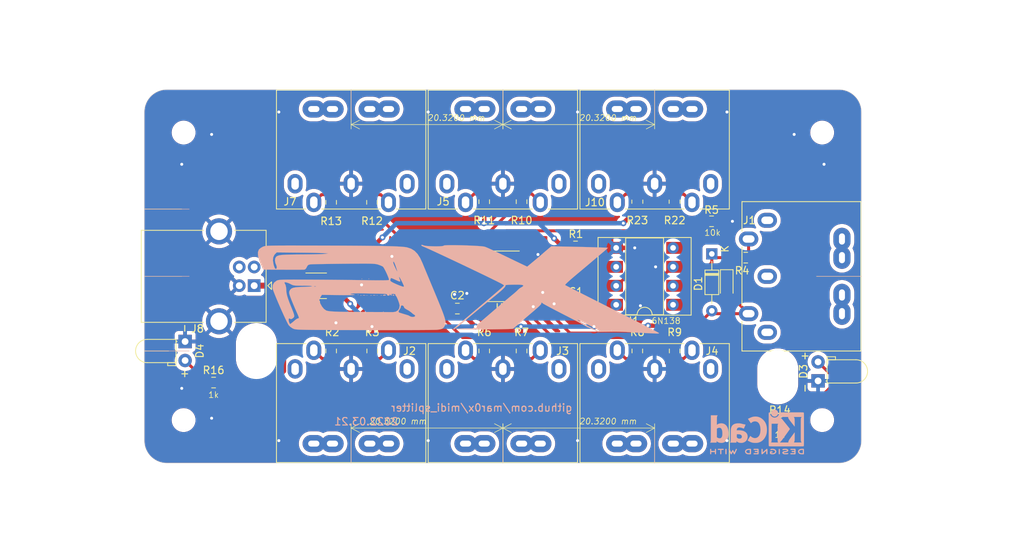
<source format=kicad_pcb>
(kicad_pcb (version 20221018) (generator pcbnew)
  (layers (0 "F.Cu" signal) (31 "B.Cu" signal) (34 "B.Paste" user) (35 "F.Paste" user) (36 "B.SilkS" user "B.Silkscreen") (37 "F.SilkS" user "F.Silkscreen") (38 "B.Mask" user) (39 "F.Mask" user) (44 "Edge.Cuts" user))
  (net 0 "")
  (net 1 "+5V")
  (net 2 "GND")
  (net 3 "Net-(J1-Pad4)")
  (net 4 "Net-(J1-Pad1)")
  (net 5 "Net-(J1-Pad2)")
  (net 6 "Net-(J1-Pad3)")
  (net 7 "Net-(J2-Pad5)")
  (net 8 "Net-(J2-Pad3)")
  (net 9 "Net-(J2-Pad1)")
  (net 10 "Net-(J2-Pad4)")
  (net 11 "Net-(J3-Pad4)")
  (net 12 "Net-(J3-Pad1)")
  (net 13 "Net-(J3-Pad3)")
  (net 14 "Net-(J3-Pad5)")
  (net 15 "Net-(J4-Pad5)")
  (net 16 "Net-(J4-Pad3)")
  (net 17 "Net-(J4-Pad1)")
  (net 18 "Net-(J4-Pad4)")
  (net 19 "Net-(J5-Pad4)")
  (net 20 "Net-(J5-Pad1)")
  (net 21 "Net-(J5-Pad3)")
  (net 22 "Net-(J5-Pad5)")
  (net 23 "Net-(J7-Pad5)")
  (net 24 "Net-(J7-Pad3)")
  (net 25 "Net-(J7-Pad1)")
  (net 26 "Net-(J7-Pad4)")
  (net 27 "RX")
  (net 28 "Net-(R5-Pad1)")
  (net 29 "Net-(U1-Pad1)")
  (net 30 "Net-(U1-Pad4)")
  (net 31 "~{RX}")
  (net 32 "Net-(D4-Pad2)")
  (net 33 "Net-(F1-Pad2)")
  (net 34 "D-")
  (net 35 "D+")
  (net 36 "Net-(J10-Pad4)")
  (net 37 "Net-(J10-Pad1)")
  (net 38 "Net-(J10-Pad3)")
  (net 39 "Net-(J10-Pad5)")
  (net 40 "OUT5")
  (net 41 "Net-(D3-Pad2)")
  (net 42 "OUT1")
  (net 43 "OUT2")
  (net 44 "OUT3")
  (net 45 "OUT4")
  (net 46 "OUT6")
  (net 47 "Net-(U2-Pad17)")
  (net 48 "DK")
  (net 49 "DA")
  (footprint "Capacitor_SMD:C_0805_2012Metric_Pad1.15x1.40mm_HandSolder" (layer "F.Cu") (at 157.726 118.75 180)
    (fp_text reference "C1" (at -0.05 1.7) (layer "F.SilkS"))
    (fp_text value "0.1uF")
    (pad "1" smd roundrect (at -1.025 0 180) (size 1.15 1.4) (layers "F.Cu" "F.Paste" "F.Mask") (roundrect_rratio 0.2173904348) (net 1 "+5V"))
    (pad "2" smd roundrect (at 1.025 0 180) (size 1.15 1.4) (layers "F.Cu" "F.Paste" "F.Mask") (roundrect_rratio 0.2173904348) (net 2 "GND"))
  )
  (footprint "Capacitor_SMD:C_0805_2012Metric_Pad1.15x1.40mm_HandSolder" (layer "F.Cu") (at 141.904 119.318 180)
    (fp_text reference "C2" (at 0 1.75) (layer "F.SilkS"))
    (fp_text value "0.1uF")
    (pad "1" smd roundrect (at -1.025 0 180) (size 1.15 1.4) (layers "F.Cu" "F.Paste" "F.Mask") (roundrect_rratio 0.2173904348) (net 1 "+5V"))
    (pad "2" smd roundrect (at 1.025 0 180) (size 1.15 1.4) (layers "F.Cu" "F.Paste" "F.Mask") (roundrect_rratio 0.2173904348) (net 2 "GND"))
  )
  (footprint "lib:DIN5MIDI-OOTDTY" (layer "F.Cu") (at 183.4 107.5 -90)
    (fp_text reference "J1" (at 0 2.4 180) (layer "F.SilkS"))
    (fp_text value "DIN-5_180degree")
    (pad "" thru_hole oval (at 2.5 -10 270) (size 3 2.3) (drill oval 1.5 0.8) (layers "*.Cu" "*.Mask"))
    (pad "" thru_hole oval (at 5 -10 270) (size 3 2.3) (drill oval 1.5 0.8) (layers "*.Cu" "*.Mask"))
    (pad "" thru_hole oval (at 10 -10 270) (size 3 2.3) (drill oval 1.5 0.8) (layers "*.Cu" "*.Mask"))
    (pad "" thru_hole oval (at 12.5 -10 270) (size 3 2.3) (drill oval 1.5 0.8) (layers "*.Cu" "*.Mask"))
    (pad "1" thru_hole oval (at 0 0 270) (size 2 2.6) (drill oval 1 1.6) (layers "*.Cu" "*.Mask") (net 4 "Net-(J1-Pad1)"))
    (pad "2" thru_hole oval (at 7.5 0 270) (size 2 2.6) (drill oval 1 1.6) (layers "*.Cu" "*.Mask") (net 5 "Net-(J1-Pad2)"))
    (pad "3" thru_hole oval (at 15 0 270) (size 2 2.6) (drill oval 1 1.6) (layers "*.Cu" "*.Mask") (net 6 "Net-(J1-Pad3)"))
    (pad "4" thru_hole oval (at 2.5 2.5 270) (size 2 2.6) (drill oval 1 1.6) (layers "*.Cu" "*.Mask") (net 3 "Net-(J1-Pad4)"))
    (pad "5" thru_hole oval (at 12.5 2.5 270) (size 2 2.6) (drill oval 1 1.6) (layers "*.Cu" "*.Mask") (net 49 "DA"))
  )
  (footprint "lib:DIN5MIDI-OOTDTY" (layer "F.Cu") (at 175.82 127.4 180)
    (fp_text reference "J4" (at -0.18 2.4) (layer "F.SilkS"))
    (fp_text value "DIN-5_180degree")
    (pad "" thru_hole oval (at 2.5 -10 180) (size 3 2.3) (drill oval 1.5 0.8) (layers "*.Cu" "*.Mask"))
    (pad "" thru_hole oval (at 5 -10 180) (size 3 2.3) (drill oval 1.5 0.8) (layers "*.Cu" "*.Mask"))
    (pad "" thru_hole oval (at 10 -10 180) (size 3 2.3) (drill oval 1.5 0.8) (layers "*.Cu" "*.Mask"))
    (pad "" thru_hole oval (at 12.5 -10 180) (size 3 2.3) (drill oval 1.5 0.8) (layers "*.Cu" "*.Mask"))
    (pad "1" thru_hole oval (at 0 0 180) (size 2 2.6) (drill oval 1 1.6) (layers "*.Cu" "*.Mask") (net 17 "Net-(J4-Pad1)"))
    (pad "2" thru_hole oval (at 7.5 0 180) (size 2 2.6) (drill oval 1 1.6) (layers "*.Cu" "*.Mask") (net 2 "GND"))
    (pad "3" thru_hole oval (at 15 0 180) (size 2 2.6) (drill oval 1 1.6) (layers "*.Cu" "*.Mask") (net 16 "Net-(J4-Pad3)"))
    (pad "4" thru_hole oval (at 2.5 2.5 180) (size 2 2.6) (drill oval 1 1.6) (layers "*.Cu" "*.Mask") (net 18 "Net-(J4-Pad4)"))
    (pad "5" thru_hole oval (at 12.5 2.5 180) (size 2 2.6) (drill oval 1 1.6) (layers "*.Cu" "*.Mask") (net 15 "Net-(J4-Pad5)"))
  )
  (footprint "lib:DIN5MIDI-OOTDTY" (layer "F.Cu") (at 140.5 102.6)
    (fp_text reference "J5" (at -0.5 2.4) (layer "F.SilkS"))
    (fp_text value "DIN-5_180degree")
    (pad "" thru_hole oval (at 2.5 -10) (size 3 2.3) (drill oval 1.5 0.8) (layers "*.Cu" "*.Mask"))
    (pad "" thru_hole oval (at 5 -10) (size 3 2.3) (drill oval 1.5 0.8) (layers "*.Cu" "*.Mask"))
    (pad "" thru_hole oval (at 10 -10) (size 3 2.3) (drill oval 1.5 0.8) (layers "*.Cu" "*.Mask"))
    (pad "" thru_hole oval (at 12.5 -10) (size 3 2.3) (drill oval 1.5 0.8) (layers "*.Cu" "*.Mask"))
    (pad "1" thru_hole oval (at 0 0) (size 2 2.6) (drill oval 1 1.6) (layers "*.Cu" "*.Mask") (net 20 "Net-(J5-Pad1)"))
    (pad "2" thru_hole oval (at 7.5 0) (size 2 2.6) (drill oval 1 1.6) (layers "*.Cu" "*.Mask") (net 2 "GND"))
    (pad "3" thru_hole oval (at 15 0) (size 2 2.6) (drill oval 1 1.6) (layers "*.Cu" "*.Mask") (net 21 "Net-(J5-Pad3)"))
    (pad "4" thru_hole oval (at 2.5 2.5) (size 2 2.6) (drill oval 1 1.6) (layers "*.Cu" "*.Mask") (net 19 "Net-(J5-Pad4)"))
    (pad "5" thru_hole oval (at 12.5 2.5) (size 2 2.6) (drill oval 1 1.6) (layers "*.Cu" "*.Mask") (net 22 "Net-(J5-Pad5)"))
  )
  (footprint "lib:DIN5MIDI-OOTDTY" (layer "F.Cu") (at 120.18 102.6)
    (fp_text reference "J7" (at -0.68 2.4) (layer "F.SilkS"))
    (fp_text value "DIN-5_180degree")
    (pad "" thru_hole oval (at 2.5 -10) (size 3 2.3) (drill oval 1.5 0.8) (layers "*.Cu" "*.Mask"))
    (pad "" thru_hole oval (at 5 -10) (size 3 2.3) (drill oval 1.5 0.8) (layers "*.Cu" "*.Mask"))
    (pad "" thru_hole oval (at 10 -10) (size 3 2.3) (drill oval 1.5 0.8) (layers "*.Cu" "*.Mask"))
    (pad "" thru_hole oval (at 12.5 -10) (size 3 2.3) (drill oval 1.5 0.8) (layers "*.Cu" "*.Mask"))
    (pad "1" thru_hole oval (at 0 0) (size 2 2.6) (drill oval 1 1.6) (layers "*.Cu" "*.Mask") (net 25 "Net-(J7-Pad1)"))
    (pad "2" thru_hole oval (at 7.5 0) (size 2 2.6) (drill oval 1 1.6) (layers "*.Cu" "*.Mask") (net 2 "GND"))
    (pad "3" thru_hole oval (at 15 0) (size 2 2.6) (drill oval 1 1.6) (layers "*.Cu" "*.Mask") (net 24 "Net-(J7-Pad3)"))
    (pad "4" thru_hole oval (at 2.5 2.5) (size 2 2.6) (drill oval 1 1.6) (layers "*.Cu" "*.Mask") (net 26 "Net-(J7-Pad4)"))
    (pad "5" thru_hole oval (at 12.5 2.5) (size 2 2.6) (drill oval 1 1.6) (layers "*.Cu" "*.Mask") (net 23 "Net-(J7-Pad5)"))
  )
  (footprint "Resistor_SMD:R_0805_2012Metric_Pad1.15x1.40mm_HandSolder" (layer "F.Cu") (at 157.726 111)
    (fp_text reference "R1" (at 0.05 -1.65) (layer "F.SilkS"))
    (fp_text value "470" (at 0 1.65) (layer "F.SilkS") (effects (font (size 0.8 0.8) (thickness 0.1))))
    (pad "1" smd roundrect (at -1.025 0) (size 1.15 1.4) (layers "F.Cu" "F.Paste" "F.Mask") (roundrect_rratio 0.2173904348) (net 1 "+5V"))
    (pad "2" smd roundrect (at 1.025 0) (size 1.15 1.4) (layers "F.Cu" "F.Paste" "F.Mask") (roundrect_rratio 0.2173904348) (net 27 "RX"))
  )
  (footprint "Resistor_SMD:R_0805_2012Metric_Pad1.15x1.40mm_HandSolder" (layer "F.Cu") (at 125 124.992 90)
    (fp_text reference "R2" (at 2.5 0.14 180) (layer "F.SilkS"))
    (fp_text value "220")
    (pad "1" smd roundrect (at -1.025 0 90) (size 1.15 1.4) (layers "F.Cu" "F.Paste" "F.Mask") (roundrect_rratio 0.2173904348) (net 7 "Net-(J2-Pad5)"))
    (pad "2" smd roundrect (at 1.025 0 90) (size 1.15 1.4) (layers "F.Cu" "F.Paste" "F.Mask") (roundrect_rratio 0.2173904348) (net 42 "OUT1"))
  )
  (footprint "Resistor_SMD:R_0805_2012Metric_Pad1.15x1.40mm_HandSolder" (layer "F.Cu") (at 130.5 124.992 -90)
    (fp_text reference "R3" (at -2.5 0 180) (layer "F.SilkS"))
    (fp_text value "220")
    (pad "1" smd roundrect (at -1.025 0 270) (size 1.15 1.4) (layers "F.Cu" "F.Paste" "F.Mask") (roundrect_rratio 0.2173904348) (net 1 "+5V"))
    (pad "2" smd roundrect (at 1.025 0 270) (size 1.15 1.4) (layers "F.Cu" "F.Paste" "F.Mask") (roundrect_rratio 0.2173904348) (net 10 "Net-(J2-Pad4)"))
  )
  (footprint "Resistor_SMD:R_0805_2012Metric_Pad1.15x1.40mm_HandSolder" (layer "F.Cu") (at 180.512 112.5)
    (fp_text reference "R4" (at -0.48 1.738) (layer "F.SilkS"))
    (fp_text value "220")
    (pad "1" smd roundrect (at -1.025 0) (size 1.15 1.4) (layers "F.Cu" "F.Paste" "F.Mask") (roundrect_rratio 0.2173904348) (net 48 "DK"))
    (pad "2" smd roundrect (at 1.025 0) (size 1.15 1.4) (layers "F.Cu" "F.Paste" "F.Mask") (roundrect_rratio 0.2173904348) (net 3 "Net-(J1-Pad4)"))
  )
  (footprint "Resistor_SMD:R_0805_2012Metric_Pad1.15x1.40mm_HandSolder" (layer "F.Cu") (at 175.94 107.634)
    (fp_text reference "R5" (at 0 -1.524) (layer "F.SilkS"))
    (fp_text value "10k" (at 0.127 1.524) (layer "F.SilkS") (effects (font (size 0.8 0.8) (thickness 0.1))))
    (pad "1" smd roundrect (at -1.025 0) (size 1.15 1.4) (layers "F.Cu" "F.Paste" "F.Mask") (roundrect_rratio 0.2173904348) (net 28 "Net-(R5-Pad1)"))
    (pad "2" smd roundrect (at 1.025 0) (size 1.15 1.4) (layers "F.Cu" "F.Paste" "F.Mask") (roundrect_rratio 0.2173904348) (net 2 "GND"))
  )
  (footprint "Resistor_SMD:R_0805_2012Metric_Pad1.15x1.40mm_HandSolder" (layer "F.Cu") (at 166 124.992 90)
    (fp_text reference "R8" (at 2.5 0 180) (layer "F.SilkS"))
    (fp_text value "220")
    (pad "1" smd roundrect (at -1.025 0 90) (size 1.15 1.4) (layers "F.Cu" "F.Paste" "F.Mask") (roundrect_rratio 0.2173904348) (net 15 "Net-(J4-Pad5)"))
    (pad "2" smd roundrect (at 1.025 0 90) (size 1.15 1.4) (layers "F.Cu" "F.Paste" "F.Mask") (roundrect_rratio 0.2173904348) (net 44 "OUT3"))
  )
  (footprint "Resistor_SMD:R_0805_2012Metric_Pad1.15x1.40mm_HandSolder" (layer "F.Cu") (at 171 124.992 -90)
    (fp_text reference "R9" (at -2.5 0 180) (layer "F.SilkS"))
    (fp_text value "220")
    (pad "1" smd roundrect (at -1.025 0 270) (size 1.15 1.4) (layers "F.Cu" "F.Paste" "F.Mask") (roundrect_rratio 0.2173904348) (net 1 "+5V"))
    (pad "2" smd roundrect (at 1.025 0 270) (size 1.15 1.4) (layers "F.Cu" "F.Paste" "F.Mask") (roundrect_rratio 0.2173904348) (net 18 "Net-(J4-Pad4)"))
  )
  (footprint "Resistor_SMD:R_0805_2012Metric_Pad1.15x1.40mm_HandSolder" (layer "F.Cu") (at 150.5 105.008 -90)
    (fp_text reference "R10" (at 2.5 0 180) (layer "F.SilkS"))
    (fp_text value "220")
    (pad "1" smd roundrect (at -1.025 0 270) (size 1.15 1.4) (layers "F.Cu" "F.Paste" "F.Mask") (roundrect_rratio 0.2173904348) (net 22 "Net-(J5-Pad5)"))
    (pad "2" smd roundrect (at 1.025 0 270) (size 1.15 1.4) (layers "F.Cu" "F.Paste" "F.Mask") (roundrect_rratio 0.2173904348) (net 40 "OUT5"))
  )
  (footprint "Resistor_SMD:R_0805_2012Metric_Pad1.15x1.40mm_HandSolder" (layer "F.Cu") (at 130.474 105.094 -90)
    (fp_text reference "R12" (at 2.5 0 180) (layer "F.SilkS"))
    (fp_text value "220")
    (pad "1" smd roundrect (at -1.025 0 270) (size 1.15 1.4) (layers "F.Cu" "F.Paste" "F.Mask") (roundrect_rratio 0.2173904348) (net 23 "Net-(J7-Pad5)"))
    (pad "2" smd roundrect (at 1.025 0 270) (size 1.15 1.4) (layers "F.Cu" "F.Paste" "F.Mask") (roundrect_rratio 0.2173904348) (net 45 "OUT4"))
  )
  (footprint "Resistor_SMD:R_0805_2012Metric_Pad1.15x1.40mm_HandSolder" (layer "F.Cu") (at 125 105.094 90)
    (fp_text reference "R13" (at -2.525 0 180) (layer "F.SilkS"))
    (fp_text value "220")
    (pad "1" smd roundrect (at -1.025 0 90) (size 1.15 1.4) (layers "F.Cu" "F.Paste" "F.Mask") (roundrect_rratio 0.2173904348) (net 1 "+5V"))
    (pad "2" smd roundrect (at 1.025 0 90) (size 1.15 1.4) (layers "F.Cu" "F.Paste" "F.Mask") (roundrect_rratio 0.2173904348) (net 26 "Net-(J7-Pad4)"))
  )
  (footprint "Resistor_SMD:R_0805_2012Metric_Pad1.15x1.40mm_HandSolder" (layer "F.Cu") (at 150.5 124.992 -90)
    (fp_text reference "R7" (at -2.5 0 180) (layer "F.SilkS"))
    (fp_text value "220")
    (pad "1" smd roundrect (at -1.025 0 270) (size 1.15 1.4) (layers "F.Cu" "F.Paste" "F.Mask") (roundrect_rratio 0.2173904348) (net 1 "+5V"))
    (pad "2" smd roundrect (at 1.025 0 270) (size 1.15 1.4) (layers "F.Cu" "F.Paste" "F.Mask") (roundrect_rratio 0.2173904348) (net 11 "Net-(J3-Pad4)"))
  )
  (footprint "Resistor_SMD:R_0805_2012Metric_Pad1.15x1.40mm_HandSolder" (layer "F.Cu") (at 145.5 124.992 90)
    (fp_text reference "R6" (at 2.5 0 180) (layer "F.SilkS"))
    (fp_text value "220")
    (pad "1" smd roundrect (at -1.025 0 90) (size 1.15 1.4) (layers "F.Cu" "F.Paste" "F.Mask") (roundrect_rratio 0.2173904348) (net 14 "Net-(J3-Pad5)"))
    (pad "2" smd roundrect (at 1.025 0 90) (size 1.15 1.4) (layers "F.Cu" "F.Paste" "F.Mask") (roundrect_rratio 0.2173904348) (net 43 "OUT2"))
  )
  (footprint "lib:DIN5MIDI-OOTDTY" (layer "F.Cu") (at 155.5 127.4 180)
    (fp_text reference "J3" (at -0.5 2.4) (layer "F.SilkS"))
    (fp_text value "DIN-5_180degree")
    (pad "" thru_hole oval (at 2.5 -10 180) (size 3 2.3) (drill oval 1.5 0.8) (layers "*.Cu" "*.Mask"))
    (pad "" thru_hole oval (at 5 -10 180) (size 3 2.3) (drill oval 1.5 0.8) (layers "*.Cu" "*.Mask"))
    (pad "" thru_hole oval (at 10 -10 180) (size 3 2.3) (drill oval 1.5 0.8) (layers "*.Cu" "*.Mask"))
    (pad "" thru_hole oval (at 12.5 -10 180) (size 3 2.3) (drill oval 1.5 0.8) (layers "*.Cu" "*.Mask"))
    (pad "1" thru_hole oval (at 0 0 180) (size 2 2.6) (drill oval 1 1.6) (layers "*.Cu" "*.Mask") (net 12 "Net-(J3-Pad1)"))
    (pad "2" thru_hole oval (at 7.5 0 180) (size 2 2.6) (drill oval 1 1.6) (layers "*.Cu" "*.Mask") (net 2 "GND"))
    (pad "3" thru_hole oval (at 15 0 180) (size 2 2.6) (drill oval 1 1.6) (layers "*.Cu" "*.Mask") (net 13 "Net-(J3-Pad3)"))
    (pad "4" thru_hole oval (at 2.5 2.5 180) (size 2 2.6) (drill oval 1 1.6) (layers "*.Cu" "*.Mask") (net 11 "Net-(J3-Pad4)"))
    (pad "5" thru_hole oval (at 12.5 2.5 180) (size 2 2.6) (drill oval 1 1.6) (layers "*.Cu" "*.Mask") (net 14 "Net-(J3-Pad5)"))
  )
  (footprint "lib:DIN5MIDI-OOTDTY" (layer "F.Cu") (at 135.18 127.4 180)
    (fp_text reference "J2" (at -0.32 2.4) (layer "F.SilkS"))
    (fp_text value "DIN-5_180degree")
    (pad "" thru_hole oval (at 2.5 -10 180) (size 3 2.3) (drill oval 1.5 0.8) (layers "*.Cu" "*.Mask"))
    (pad "" thru_hole oval (at 5 -10 180) (size 3 2.3) (drill oval 1.5 0.8) (layers "*.Cu" "*.Mask"))
    (pad "" thru_hole oval (at 10 -10 180) (size 3 2.3) (drill oval 1.5 0.8) (layers "*.Cu" "*.Mask"))
    (pad "" thru_hole oval (at 12.5 -10 180) (size 3 2.3) (drill oval 1.5 0.8) (layers "*.Cu" "*.Mask"))
    (pad "1" thru_hole oval (at 0 0 180) (size 2 2.6) (drill oval 1 1.6) (layers "*.Cu" "*.Mask") (net 9 "Net-(J2-Pad1)"))
    (pad "2" thru_hole oval (at 7.5 0 180) (size 2 2.6) (drill oval 1 1.6) (layers "*.Cu" "*.Mask") (net 2 "GND"))
    (pad "3" thru_hole oval (at 15 0 180) (size 2 2.6) (drill oval 1 1.6) (layers "*.Cu" "*.Mask") (net 8 "Net-(J2-Pad3)"))
    (pad "4" thru_hole oval (at 2.5 2.5 180) (size 2 2.6) (drill oval 1 1.6) (layers "*.Cu" "*.Mask") (net 10 "Net-(J2-Pad4)"))
    (pad "5" thru_hole oval (at 12.5 2.5 180) (size 2 2.6) (drill oval 1 1.6) (layers "*.Cu" "*.Mask") (net 7 "Net-(J2-Pad5)"))
  )
  (footprint "Package_DIP:DIP-8_W8.89mm_SMDSocket_LongPads" (layer "F.Cu") (at 166.976 115 180)
    (fp_text reference "U1" (at 1.704 -5.969 180) (layer "F.SilkS"))
    (fp_text value "6N138" (at -2.868 -5.969 180) (layer "F.SilkS") (effects (font (size 0.8 0.8) (thickness 0.1))))
    (pad "1" smd rect (at -4.445 -3.81 180) (size 3.1 1.6) (layers "F.Cu" "F.Paste" "F.Mask") (net 29 "Net-(U1-Pad1)"))
    (pad "1" thru_hole circle (at -3.81 -3.81 180) (size 1.524 1.524) (drill 0.762) (layers "*.Cu" "*.Mask") (net 29 "Net-(U1-Pad1)"))
    (pad "2" smd rect (at -4.445 -1.27 180) (size 3.1 1.6) (layers "F.Cu" "F.Paste" "F.Mask") (net 48 "DK"))
    (pad "2" thru_hole circle (at -3.81 -1.27 180) (size 1.524 1.524) (drill 0.762) (layers "*.Cu" "*.Mask") (net 48 "DK"))
    (pad "3" smd rect (at -4.445 1.27 180) (size 3.1 1.6) (layers "F.Cu" "F.Paste" "F.Mask") (net 49 "DA"))
    (pad "3" thru_hole circle (at -3.81 1.27 180) (size 1.524 1.524) (drill 0.762) (layers "*.Cu" "*.Mask") (net 49 "DA"))
    (pad "4" smd rect (at -4.445 3.81 180) (size 3.1 1.6) (layers "F.Cu" "F.Paste" "F.Mask") (net 30 "Net-(U1-Pad4)"))
    (pad "4" thru_hole circle (at -3.81 3.81 180) (size 1.524 1.524) (drill 0.762) (layers "*.Cu" "*.Mask") (net 30 "Net-(U1-Pad4)"))
    (pad "5" thru_hole circle (at 3.81 3.81 180) (size 1.524 1.524) (drill 0.762) (layers "*.Cu" "*.Mask") (net 2 "GND"))
    (pad "5" smd rect (at 4.445 3.81 180) (size 3.1 1.6) (layers "F.Cu" "F.Paste" "F.Mask") (net 2 "GND"))
    (pad "6" thru_hole circle (at 3.81 1.27 180) (size 1.524 1.524) (drill 0.762) (layers "*.Cu" "*.Mask") (net 27 "RX"))
    (pad "6" smd rect (at 4.445 1.27 180) (size 3.1 1.6) (layers "F.Cu" "F.Paste" "F.Mask") (net 27 "RX"))
    (pad "7" thru_hole circle (at 3.81 -1.27 180) (size 1.524 1.524) (drill 0.762) (layers "*.Cu" "*.Mask") (net 28 "Net-(R5-Pad1)"))
    (pad "7" smd rect (at 4.445 -1.27 180) (size 3.1 1.6) (layers "F.Cu" "F.Paste" "F.Mask") (net 28 "Net-(R5-Pad1)"))
    (pad "8" thru_hole circle (at 3.81 -3.81 180) (size 1.524 1.524) (drill 0.762) (layers "*.Cu" "*.Mask") (net 1 "+5V"))
    (pad "8" smd rect (at 4.445 -3.81 180) (size 3.1 1.6) (layers "F.Cu" "F.Paste" "F.Mask") (net 1 "+5V"))
  )
  (footprint "Resistor_SMD:R_0805_2012Metric_Pad1.15x1.40mm_HandSolder" (layer "F.Cu") (at 185.084 134.558)
    (fp_text reference "R14" (at 0 -1.65) (layer "F.SilkS"))
    (fp_text value "1k" (at 0 1.65) (layer "F.SilkS") (effects (font (size 0.8 0.8) (thickness 0.1))))
    (pad "1" smd roundrect (at -1.025 0) (size 1.15 1.4) (layers "F.Cu" "F.Paste" "F.Mask") (roundrect_rratio 0.2173904348) (net 31 "~{RX}"))
    (pad "2" smd roundrect (at 1.025 0) (size 1.15 1.4) (layers "F.Cu" "F.Paste" "F.Mask") (roundrect_rratio 0.2173904348) (net 41 "Net-(D3-Pad2)"))
  )
  (footprint "Resistor_SMD:R_0805_2012Metric_Pad1.15x1.40mm_HandSolder" (layer "F.Cu") (at 109.265 129.224)
    (fp_text reference "R16" (at 0 -1.65) (layer "F.SilkS"))
    (fp_text value "1k" (at 0 1.65) (layer "F.SilkS") (effects (font (size 0.8 0.8) (thickness 0.1))))
    (pad "1" smd roundrect (at -1.025 0) (size 1.15 1.4) (layers "F.Cu" "F.Paste" "F.Mask") (roundrect_rratio 0.2173904348) (net 32 "Net-(D4-Pad2)"))
    (pad "2" smd roundrect (at 1.025 0) (size 1.15 1.4) (layers "F.Cu" "F.Paste" "F.Mask") (roundrect_rratio 0.2173904348) (net 1 "+5V"))
  )
  (footprint "LED_THT:LED_D3.0mm_Horizontal_O1.27mm_Z6.0mm" (layer "F.Cu") (at 105.45 123.73 -90)
    (fp_text reference "D4" (at 1.27 -1.96 90) (layer "F.SilkS"))
    (fp_text value "LED")
    (fp_text user "+" (at 4.324 0.122 270) (layer "F.SilkS"))
    (fp_text user "-" (at -1.772 0.122 270) (layer "F.SilkS"))
    (pad "1" thru_hole rect (at 0 0 270) (size 1.8 1.8) (drill 0.9) (layers "*.Cu" "*.Mask") (net 2 "GND"))
    (pad "2" thru_hole circle (at 2.54 0 270) (size 1.8 1.8) (drill 0.9) (layers "*.Cu" "*.Mask") (net 32 "Net-(D4-Pad2)"))
  )
  (footprint "LED_THT:LED_D3.0mm_Horizontal_O1.27mm_Z10.0mm" (layer "F.Cu") (at 190.2 129 90)
    (fp_text reference "D3" (at 1.27 -1.96 90) (layer "F.SilkS"))
    (fp_text value "LED")
    (fp_text user "-" (at -0.986 -1.814 90) (layer "F.SilkS"))
    (fp_text user "+" (at 3.332 -1.814 90) (layer "F.SilkS"))
    (pad "1" thru_hole rect (at 0 0 90) (size 1.8 1.8) (drill 0.9) (layers "*.Cu" "*.Mask") (net 2 "GND"))
    (pad "2" thru_hole circle (at 2.54 0 90) (size 1.8 1.8) (drill 0.9) (layers "*.Cu" "*.Mask") (net 41 "Net-(D3-Pad2)"))
  )
  (footprint "Diode_THT:D_DO-34_SOD68_P7.62mm_Horizontal" (layer "F.Cu") (at 175.976 112 -90)
    (fp_text reference "D1" (at 3.986 1.814 90) (layer "F.SilkS"))
    (fp_text value "1N914")
    (fp_text user "K" (at -0.683 -1.742 90) (layer "F.SilkS"))
    (pad "1" thru_hole rect (at 0 0 270) (size 1.5 1.5) (drill 0.75) (layers "*.Cu" "*.Mask") (net 48 "DK"))
    (pad "2" thru_hole oval (at 7.62 0 270) (size 1.5 1.5) (drill 0.75) (layers "*.Cu" "*.Mask") (net 49 "DA"))
  )
  (footprint "MountingHole:MountingHole_5mm" (layer "F.Cu") (at 184.8 128.4)
    (fp_text reference "REF**" hide)
    (fp_text value "MountingHole_5mm" hide)
    (pad "" np_thru_hole oval (at 0 0) (size 5 7) (drill oval 5 7) (layers "*.Cu" "*.Mask"))
  )
  (footprint "Fuse:Fuse_1812_4532Metric_Pad1.30x3.40mm_HandSolder" (layer "F.Cu") (at 123 116.27 180)
    (fp_text reference "F1" (at 0 -2.65) (layer "F.SilkS"))
    (fp_text value "MF-MSMF050-2")
    (pad "1" smd roundrect (at -2.225 0 180) (size 1.3 3.4) (layers "F.Cu" "F.Paste" "F.Mask") (roundrect_rratio 0.1923069231) (net 1 "+5V"))
    (pad "2" smd roundrect (at 2.225 0 180) (size 1.3 3.4) (layers "F.Cu" "F.Paste" "F.Mask") (roundrect_rratio 0.1923069231) (net 33 "Net-(F1-Pad2)"))
  )
  (footprint "MountingHole:MountingHole_5mm" (layer "F.Cu") (at 115 125)
    (fp_text reference "REF**" hide)
    (fp_text value "MountingHole_5mm" hide)
    (pad "" np_thru_hole oval (at 0 0) (size 5 7) (drill oval 5 7) (layers "*.Cu" "*.Mask"))
  )
  (footprint "lib:DIN5MIDI-OOTDTY" (layer "F.Cu") (at 160.82 102.6)
    (fp_text reference "J10" (at -0.5 2.5) (layer "F.SilkS"))
    (fp_text value "DIN-5_180degree")
    (pad "" thru_hole oval (at 2.5 -10) (size 3 2.3) (drill oval 1.5 0.8) (layers "*.Cu" "*.Mask"))
    (pad "" thru_hole oval (at 5 -10) (size 3 2.3) (drill oval 1.5 0.8) (layers "*.Cu" "*.Mask"))
    (pad "" thru_hole oval (at 10 -10) (size 3 2.3) (drill oval 1.5 0.8) (layers "*.Cu" "*.Mask"))
    (pad "" thru_hole oval (at 12.5 -10) (size 3 2.3) (drill oval 1.5 0.8) (layers "*.Cu" "*.Mask"))
    (pad "1" thru_hole oval (at 0 0) (size 2 2.6) (drill oval 1 1.6) (layers "*.Cu" "*.Mask") (net 37 "Net-(J10-Pad1)"))
    (pad "2" thru_hole oval (at 7.5 0) (size 2 2.6) (drill oval 1 1.6) (layers "*.Cu" "*.Mask") (net 2 "GND"))
    (pad "3" thru_hole oval (at 15 0) (size 2 2.6) (drill oval 1 1.6) (layers "*.Cu" "*.Mask") (net 38 "Net-(J10-Pad3)"))
    (pad "4" thru_hole oval (at 2.5 2.5) (size 2 2.6) (drill oval 1 1.6) (layers "*.Cu" "*.Mask") (net 36 "Net-(J10-Pad4)"))
    (pad "5" thru_hole oval (at 12.5 2.5) (size 2 2.6) (drill oval 1 1.6) (layers "*.Cu" "*.Mask") (net 39 "Net-(J10-Pad5)"))
  )
  (footprint "Resistor_SMD:R_0805_2012Metric_Pad1.20x1.40mm_HandSolder" (layer "F.Cu") (at 171 105.008 90)
    (fp_text reference "R22" (at -2.5 0 180) (layer "F.SilkS"))
    (fp_text value "220")
    (pad "1" smd roundrect (at -1 0 90) (size 1.2 1.4) (layers "F.Cu" "F.Paste" "F.Mask") (roundrect_rratio 0.2083325) (net 46 "OUT6"))
    (pad "2" smd roundrect (at 1 0 90) (size 1.2 1.4) (layers "F.Cu" "F.Paste" "F.Mask") (roundrect_rratio 0.2083325) (net 39 "Net-(J10-Pad5)"))
  )
  (footprint "Resistor_SMD:R_0805_2012Metric_Pad1.20x1.40mm_HandSolder" (layer "F.Cu") (at 166 105.008 90)
    (fp_text reference "R23" (at -2.5 0 180) (layer "F.SilkS"))
    (fp_text value "220")
    (pad "1" smd roundrect (at -1 0 90) (size 1.2 1.4) (layers "F.Cu" "F.Paste" "F.Mask") (roundrect_rratio 0.2083325) (net 1 "+5V"))
    (pad "2" smd roundrect (at 1 0 90) (size 1.2 1.4) (layers "F.Cu" "F.Paste" "F.Mask") (roundrect_rratio 0.2083325) (net 36 "Net-(J10-Pad4)"))
  )
  (footprint "Connector_USB:USB_B_OST_USB-B1HSxx_Horizontal" (layer "F.Cu") (at 114.7 116.25 180)
    (fp_text reference "J8" (at 7.594 -5.768) (layer "F.SilkS"))
    (fp_text value "DS1099")
    (pad "1" thru_hole rect (at 0 0 180) (size 1.7 1.7) (drill 0.92) (layers "*.Cu" "*.Mask") (net 33 "Net-(F1-Pad2)"))
    (pad "2" thru_hole circle (at 0 2.5 180) (size 1.7 1.7) (drill 0.92) (layers "*.Cu" "*.Mask") (net 34 "D-"))
    (pad "3" thru_hole circle (at 2 2.5 180) (size 1.7 1.7) (drill 0.92) (layers "*.Cu" "*.Mask") (net 35 "D+"))
    (pad "4" thru_hole circle (at 2 0 180) (size 1.7 1.7) (drill 0.92) (layers "*.Cu" "*.Mask") (net 2 "GND"))
    (pad "5" thru_hole circle (at 4.71 -4.77 180) (size 3.5 3.5) (drill 2.33) (layers "*.Cu" "*.Mask") (net 2 "GND"))
    (pad "5" thru_hole circle (at 4.71 7.27 180) (size 3.5 3.5) (drill 2.33) (layers "*.Cu" "*.Mask") (net 2 "GND"))
  )
  (footprint "Resistor_SMD:R_0805_2012Metric_Pad1.15x1.40mm_HandSolder" (layer "F.Cu") (at 145.5 105.008 90)
    (fp_text reference "R11" (at -2.5 0 180) (layer "F.SilkS"))
    (fp_text value "220")
    (pad "1" smd roundrect (at -1.025 0 90) (size 1.15 1.4) (layers "F.Cu" "F.Paste" "F.Mask") (roundrect_rratio 0.2173904348) (net 1 "+5V"))
    (pad "2" smd roundrect (at 1.025 0 90) (size 1.15 1.4) (layers "F.Cu" "F.Paste" "F.Mask") (roundrect_rratio 0.2173904348) (net 19 "Net-(J5-Pad4)"))
  )
  (footprint "Package_SO:TSSOP-20_4.4x6.5mm_P0.65mm" (layer "F.Cu") (at 148 115 180)
    (fp_text reference "U2" (at 0 -4.2) (layer "F.SilkS"))
    (fp_text value "MM74HC540MTCX")
    (pad "1" smd roundrect (at -2.8625 -2.925 180) (size 1.475 0.4) (layers "F.Cu" "F.Paste" "F.Mask") (net 2 "GND"))
    (pad "2" smd roundrect (at -2.8625 -2.275 180) (size 1.475 0.4) (layers "F.Cu" "F.Paste" "F.Mask") (net 31 "~{RX}"))
    (pad "3" smd roundrect (at -2.8625 -1.625 180) (size 1.475 0.4) (layers "F.Cu" "F.Paste" "F.Mask") (net 2 "GND"))
    (pad "4" smd roundrect (at -2.8625 -0.975 180) (size 1.475 0.4) (layers "F.Cu" "F.Paste" "F.Mask") (net 27 "RX"))
    (pad "5" smd roundrect (at -2.8625 -0.325 180) (size 1.475 0.4) (layers "F.Cu" "F.Paste" "F.Mask") (net 31 "~{RX}"))
    (pad "6" smd roundrect (at -2.8625 0.325 180) (size 1.475 0.4) (layers "F.Cu" "F.Paste" "F.Mask") (net 31 "~{RX}"))
    (pad "7" smd roundrect (at -2.8625 0.975 180) (size 1.475 0.4) (layers "F.Cu" "F.Paste" "F.Mask") (net 31 "~{RX}"))
    (pad "8" smd roundrect (at -2.8625 1.625 180) (size 1.475 0.4) (layers "F.Cu" "F.Paste" "F.Mask") (net 31 "~{RX}"))
    (pad "9" smd roundrect (at -2.8625 2.275 180) (size 1.475 0.4) (layers "F.Cu" "F.Paste" "F.Mask") (net 31 "~{RX}"))
    (pad "10" smd roundrect (at -2.8625 2.925 180) (size 1.475 0.4) (layers "F.Cu" "F.Paste" "F.Mask") (net 2 "GND"))
    (pad "11" smd roundrect (at 2.8625 2.925 180) (size 1.475 0.4) (layers "F.Cu" "F.Paste" "F.Mask") (net 46 "OUT6"))
    (pad "12" smd roundrect (at 2.8625 2.275 180) (size 1.475 0.4) (layers "F.Cu" "F.Paste" "F.Mask") (net 40 "OUT5"))
    (pad "13" smd roundrect (at 2.8625 1.625 180) (size 1.475 0.4) (layers "F.Cu" "F.Paste" "F.Mask") (net 45 "OUT4"))
    (pad "14" smd roundrect (at 2.8625 0.975 180) (size 1.475 0.4) (layers "F.Cu" "F.Paste" "F.Mask") (net 42 "OUT1"))
    (pad "15" smd roundrect (at 2.8625 0.325 180) (size 1.475 0.4) (layers "F.Cu" "F.Paste" "F.Mask") (net 43 "OUT2"))
    (pad "16" smd roundrect (at 2.8625 -0.325 180) (size 1.475 0.4) (layers "F.Cu" "F.Paste" "F.Mask") (net 31 "~{RX}"))
    (pad "17" smd roundrect (at 2.8625 -0.975 180) (size 1.475 0.4) (layers "F.Cu" "F.Paste" "F.Mask") (net 47 "Net-(U2-Pad17)"))
    (pad "18" smd roundrect (at 2.8625 -1.625 180) (size 1.475 0.4) (layers "F.Cu" "F.Paste" "F.Mask") (net 44 "OUT3"))
    (pad "19" smd roundrect (at 2.8625 -2.275 180) (size 1.475 0.4) (layers "F.Cu" "F.Paste" "F.Mask") (net 2 "GND"))
    (pad "20" smd roundrect (at 2.8625 -2.925 180) (size 1.475 0.4) (layers "F.Cu" "F.Paste" "F.Mask") (net 1 "+5V"))
  )
  (footprint "Diode_SMD:D_SOD-323_HandSoldering" (layer "F.Cu") (at 177.972 116.016 -90)
    (fp_text reference "D2" hide)
    (fp_text value "BAS316.115" hide)
    (pad "1" smd rect (at -1.25 0 270) (size 1 1) (layers "F.Cu" "F.Paste" "F.Mask") (net 48 "DK"))
    (pad "2" smd rect (at 1.25 0 270) (size 1 1) (layers "F.Cu" "F.Paste" "F.Mask") (net 49 "DA"))
  )
  (footprint "MountingHole:MountingHole_2.7mm_M2.5_ISO14580" (layer "F.Cu") (at 105.25 95.75)
    (fp_text reference "H1" hide)
    (fp_text value "MountingHole" hide)
    (pad "" np_thru_hole circle (at 0 0) (size 2.7 2.7) (drill 2.7) (layers "*.Cu" "*.Mask"))
  )
  (footprint "MountingHole:MountingHole_2.7mm_M2.5_ISO14580" (layer "F.Cu") (at 105.25 134.25)
    (fp_text reference "H2" hide)
    (fp_text value "MountingHole" hide)
    (pad "" np_thru_hole circle (at 0 0) (size 2.7 2.7) (drill 2.7) (layers "*.Cu" "*.Mask"))
  )
  (footprint "MountingHole:MountingHole_2.7mm_M2.5_ISO14580" (layer "F.Cu") (at 190.75 95.75)
    (fp_text reference "H3" hide)
    (fp_text value "MountingHole" hide)
    (pad "" np_thru_hole circle (at 0 0) (size 2.7 2.7) (drill 2.7) (layers "*.Cu" "*.Mask"))
  )
  (footprint "MountingHole:MountingHole_2.7mm_M2.5_ISO14580" (layer "F.Cu") (at 190.75 134.25)
    (fp_text reference "H4" hide)
    (fp_text value "MountingHole" hide)
    (pad "" np_thru_hole circle (at 0 0) (size 2.7 2.7) (drill 2.7) (layers "*.Cu" "*.Mask"))
  )
  (footprint "Symbol:KiCad-Logo2_5mm_SilkScreen" (layer "B.Cu") (at 182.036 135.828 180)
    (fp_text reference "REF**" hide)
    (fp_text value "KiCad-Logo2_5mm_SilkScreen" hide)
  )
  (footprint "lib:x6" (layer "B.Cu") (at 142.031 116.651 180)
    (fp_text reference "G***" hide)
    (fp_text value "LOGO" hide)
  )
  (gr_line (start 190 115) (end 196 115) (stroke (width 0.07)) (layer "B.SilkS"))
  (gr_line (start 100 115) (end 106 115) (stroke (width 0.07)) (layer "B.SilkS"))
  (gr_line (start 148 94) (end 148 90) (stroke (width 0.07)) (layer "B.SilkS"))
  (gr_line (start 127.68 94) (end 127.68 90) (stroke (width 0.07)) (layer "B.SilkS"))
  (gr_line (start 148 140) (end 148 136) (stroke (width 0.07)) (layer "B.SilkS"))
  (gr_line (start 127.68 140) (end 127.68 136) (stroke (width 0.07)) (layer "B.SilkS"))
  (gr_line (start 168.32 140) (end 168.32 136) (stroke (width 0.07)) (layer "B.SilkS"))
  (gr_line (start 100 125) (end 106 125) (stroke (width 0.07)) (layer "B.SilkS"))
  (gr_line (start 100 106) (end 106 106) (stroke (width 0.07)) (layer "B.SilkS"))
  (gr_line (start 168.32 94) (end 168.32 90) (stroke (width 0.07)) (layer "B.SilkS"))
  (gr_line (start 100 115) (end 105 115) (stroke (width 0.07)) (layer "F.SilkS"))
  (gr_line (start 100 125) (end 103.25 125) (stroke (width 0.07)) (layer "F.SilkS"))
  (gr_line (start 100 106) (end 105 106) (stroke (width 0.07)) (layer "F.SilkS"))
  (gr_line (start 190 115) (end 196 115) (stroke (width 0.07)) (layer "F.SilkS"))
  (gr_line (start 100 137) (end 100 93) (stroke (width 0.05)) (layer "Edge.Cuts"))
  (gr_line (start 193 140) (end 103 140) (stroke (width 0.05)) (layer "Edge.Cuts"))
  (gr_line (start 196 93) (end 196 137) (stroke (width 0.05)) (layer "Edge.Cuts"))
  (gr_arc (start 196 137) (mid 195.12132 139.12132) (end 193 140) (stroke (width 0.05)) (layer "Edge.Cuts"))
  (gr_arc (start 193 90) (mid 195.12132 90.87868) (end 196 93) (stroke (width 0.05)) (layer "Edge.Cuts"))
  (gr_line (start 103 90) (end 193 90) (stroke (width 0.05)) (layer "Edge.Cuts"))
  (gr_arc (start 103 140) (mid 100.87868 139.12132) (end 100 137) (stroke (width 0.05)) (layer "Edge.Cuts"))
  (gr_arc (start 100 93) (mid 100.87868 90.87868) (end 103 90) (stroke (width 0.05)) (layer "Edge.Cuts"))
  (gr_text "2022.03.21" (at 129.7 134.45) (layer "B.SilkS") (effects (font (size 1 1)) (justify mirror)))
  (gr_text "github.com/mar0x/midi_splitter" (at 145.15 132.6) (layer "B.SilkS") (effects (font (size 1 1)) (justify mirror)))
  (dimension (type aligned) (layer "F.SilkS") (pts (xy 168.32 139.970001) (xy 148 139.970001)) (height 4.650001) (gr_text "20.3200 mm" (at 158.16 134.42) (layer "F.SilkS") (effects (font (size 0.8 0.8) (thickness 0.1) italic) (justify left))) (format (prefix "") (suffix "") (units 2) (units_format 1) (precision 4)) (style (thickness 0.08) (arrow_length 1.27) (text_position_mode 0) (extension_height 0.58642) (extension_offset 0) keep_text_aligned))
  (dimension (type aligned) (layer "F.SilkS") (pts (xy 148 139.970001) (xy 127.68 139.970001)) (height 4.650001) (gr_text "20.3200 mm" (at 137.84 134.42) (layer "F.SilkS") (effects (font (size 0.8 0.8) (thickness 0.1) italic) (justify right))) (format (prefix "") (suffix "") (units 2) (units_format 1) (precision 4)) (style (thickness 0.08) (arrow_length 1.27) (text_position_mode 0) (extension_height 0.58642) (extension_offset 0) keep_text_aligned))
  (dimension (type aligned) (layer "F.SilkS") (pts (xy 127.68 90.029999) (xy 148 90.029999)) (height 4.650001) (gr_text "20.3200 mm" (at 137.84 93.78) (layer "F.SilkS") (effects (font (size 0.8 0.8) (thickness 0.1) italic) (justify left))) (format (prefix "") (suffix "") (units 2) (units_format 1) (precision 4)) (style (thickness 0.08) (arrow_length 1.27) (text_position_mode 0) (extension_height 0.58642) (extension_offset 0) keep_text_aligned))
  (dimension (type aligned) (layer "F.SilkS") (pts (xy 148 90.029999) (xy 168.32 90.029999)) (height 4.650001) (gr_text "20.3200 mm" (at 158.16 93.78) (layer "F.SilkS") (effects (font (size 0.8 0.8) (thickness 0.1) italic) (justify left))) (format (prefix "") (suffix "") (units 2) (units_format 1) (precision 4)) (style (thickness 0.08) (arrow_length 1.27) (text_position_mode 0) (extension_height 0.58642) (extension_offset 0) keep_text_aligned))
  (segment (start 125.225 119.233) (end 125.225 116.27) (width 0.6) (layer "F.Cu") (net 1))
  (segment (start 130.474 121.731) (end 130.474 123.941) (width 0.6) (layer "F.Cu") (net 1))
  (segment (start 142.929 120.343) (end 144.317 121.731) (width 0.6) (layer "F.Cu") (net 1))
  (segment (start 145.5 107.848006) (end 145.46 107.888006) (width 0.6) (layer "F.Cu") (net 1))
  (segment (start 164.129 107.888) (end 164.129 107.879) (width 0.6) (layer "F.Cu") (net 1))
  (segment (start 125.225 116.27) (end 125.394 116.27) (width 0.6) (layer "F.Cu") (net 1))
  (segment (start 158.751 118.75) (end 158.751 120.29) (width 0.6) (layer "F.Cu") (net 1))
  (segment (start 125.225 116.27) (end 125.225 116.355) (width 0.6) (layer "F.Cu") (net 1))
  (segment (start 125.225 116.355) (end 127.553 118.683) (width 0.6) (layer "F.Cu") (net 1))
  (segment (start 118.67999 125.77801) (end 125.225 119.233) (width 0.6) (layer "F.Cu") (net 1))
  (segment (start 125.225 116.27) (end 125.225 106.344) (width 0.6) (layer "F.Cu") (net 1))
  (segment (start 143.79451 119.318) (end 145.1375 117.97501) (width 0.6) (layer "F.Cu") (net 1))
  (segment (start 110.29 129.224) (end 117.139 129.224) (width 0.6) (layer "F.Cu") (net 1))
  (segment (start 150.413 123.88) (end 150.5 123.967) (width 0.6) (layer "F.Cu") (net 1))
  (segment (start 142.929 119.318) (end 142.929 120.343) (width 0.6) (layer "F.Cu") (net 1))
  (segment (start 145.5 106.033) (end 145.5 107.848006) (width 0.6) (layer "F.Cu") (net 1))
  (segment (start 158.751 118.75) (end 162.471 118.75) (width 0.6) (layer "F.Cu") (net 1))
  (segment (start 142.929 119.318) (end 143.79451 119.318) (width 0.6) (layer "F.Cu") (net 1))
  (segment (start 164.129 107.879) (end 166 106.008) (width 0.6) (layer "F.Cu") (net 1))
  (segment (start 125.225 106.344) (end 125 106.119) (width 0.6) (layer "F.Cu") (net 1))
  (segment (start 150.413 121.731) (end 150.413 123.88) (width 0.6) (layer "F.Cu") (net 1))
  (segment (start 167.431 121.604) (end 168.637 121.604) (width 0.6) (layer "F.Cu") (net 1))
  (segment (start 155.938 111) (end 154.858 109.92) (width 0.6) (layer "F.Cu") (net 1))
  (segment (start 117.139 129.224) (end 118.67999 127.68301) (width 0.6) (layer "F.Cu") (net 1))
  (segment (start 118.67999 127.68301) (end 118.67999 125.77801) (width 0.6) (layer "F.Cu") (net 1))
  (segment (start 130.474 123.941) (end 130.5 123.967) (width 0.6) (layer "F.Cu") (net 1))
  (segment (start 168.637 121.604) (end 171 123.967) (width 0.6) (layer "F.Cu") (net 1))
  (segment (start 156.701 111) (end 155.938 111) (width 0.6) (layer "F.Cu") (net 1))
  (segment (start 158.751 120.29) (end 160.192 121.731) (width 0.6) (layer "F.Cu") (net 1))
  (segment (start 162.471 118.75) (end 162.531 118.81) (width 0.6) (layer "F.Cu") (net 1))
  (segment (start 125.394 116.27) (end 131.871 109.793) (width 0.6) (layer "F.Cu") (net 1))
  (via (at 144.317 121.731) (size 0.8) (drill 0.4) (layers "F.Cu" "B.Cu") (net 1))
  (via (at 167.431 121.604) (size 0.8) (drill 0.4) (layers "F.Cu" "B.Cu") (net 1))
  (via (at 160.192 121.731) (size 0.8) (drill 0.4) (layers "F.Cu" "B.Cu") (net 1))
  (via (at 164.129 107.888) (size 0.8) (drill 0.4) (layers "F.Cu" "B.Cu") (net 1))
  (via (at 127.553 118.683) (size 0.8) (drill 0.4) (layers "F.Cu" "B.Cu") (net 1))
  (via (at 131.871 109.793) (size 0.8) (drill 0.4) (layers "F.Cu" "B.Cu") (net 1))
  (via (at 150.413 121.731) (size 0.8) (drill 0.4) (layers "F.Cu" "B.Cu") (net 1))
  (via (at 154.858 109.92) (size 0.8) (drill 0.4) (layers "F.Cu" "B.Cu") (net 1))
  (via (at 145.46 107.888006) (size 0.8) (drill 0.4) (layers "F.Cu" "B.Cu") (net 1))
  (via (at 130.474 121.731) (size 0.8) (drill 0.4) (layers "F.Cu" "B.Cu") (net 1))
  (segment (start 131.871 109.793) (end 133.776 107.888) (width 0.6) (layer "B.Cu") (net 1))
  (segment (start 160.192 121.731) (end 167.304 121.731) (width 0.6) (layer "B.Cu") (net 1))
  (segment (start 133.776 107.888) (end 145.459994 107.888) (width 0.6) (layer "B.Cu") (net 1))
  (segment (start 130.474 121.731) (end 144.317 121.731) (width 0.6) (layer "B.Cu") (net 1))
  (segment (start 127.553 118.683) (end 127.553 118.81) (width 0.6) (layer "B.Cu") (net 1))
  (segment (start 167.304 121.731) (end 167.431 121.604) (width 0.6) (layer "B.Cu") (net 1))
  (segment (start 164.129 107.888) (end 152.699 107.888) (width 0.6) (layer "B.Cu") (net 1))
  (segment (start 152.826 107.888) (end 152.699 107.888) (width 0.6) (layer "B.Cu") (net 1))
  (segment (start 144.317 121.731) (end 150.413 121.731) (width 0.6) (layer "B.Cu") (net 1))
  (segment (start 150.413 121.731) (end 160.192 121.731) (width 0.6) (layer "B.Cu") (net 1))
  (segment (start 152.699 107.888) (end 145.460006 107.888) (width 0.6) (layer "B.Cu") (net 1))
  (segment (start 145.459994 107.888) (end 145.46 107.888006) (width 0.6) (layer "B.Cu") (net 1))
  (segment (start 145.460006 107.888) (end 145.46 107.888006) (width 0.6) (layer "B.Cu") (net 1))
  (segment (start 127.553 118.81) (end 130.474 121.731) (width 0.6) (layer "B.Cu") (net 1))
  (segment (start 154.858 109.92) (end 152.826 107.888) (width 0.6) (layer "B.Cu") (net 1))
  (segment (start 156.701 118.75) (end 154.925 118.75) (width 0.6) (layer "F.Cu") (net 2))
  (segment (start 152.695 112.075) (end 152.699 112.079) (width 0.4) (layer "F.Cu") (net 2))
  (segment (start 152.8 116.625) (end 153.334 117.159) (width 0.4) (layer "F.Cu") (net 2))
  (segment (start 162.531 111.19) (end 165.653 111.19) (width 0.6) (layer "F.Cu") (net 2))
  (segment (start 150.8625 117.925) (end 150.925 117.925) (width 0.4) (layer "F.Cu") (net 2))
  (segment (start 150.8625 116.625) (end 152.8 116.625) (width 0.4) (layer "F.Cu") (net 2))
  (segment (start 176.965 107.634) (end 178.734 107.634) (width 0.6) (layer "F.Cu") (net 2))
  (segment (start 154.925 118.75) (end 154.858 118.683) (width 0.6) (layer "F.Cu") (net 2))
  (segment (start 143.185 117.275) (end 143.174 117.286) (width 0.4) (layer "F.Cu") (net 2))
  (segment (start 150.8625 112.075) (end 152.695 112.075) (width 0.4) (layer "F.Cu") (net 2))
  (segment (start 140.879 118.057) (end 141.523 117.413) (width 0.6) (layer "F.Cu") (net 2))
  (segment (start 140.879 119.318) (end 140.879 118.057) (width 0.6) (layer "F.Cu") (net 2))
  (segment (start 145.1375 117.275) (end 143.185 117.275) (width 0.4) (layer "F.Cu") (net 2))
  (segment (start 150.925 117.925) (end 152.064 119.064) (width 0.4) (layer "F.Cu") (net 2))
  (via (at 109 134) (size 0.8) (drill 0.4) (layers "F.Cu" "B.Cu") (net 2))
  (via (at 152.699 112.079) (size 0.8) (drill 0.4) (layers "F.Cu" "B.Cu") (net 2))
  (via (at 105 130) (size 0.8) (drill 0.4) (layers "F.Cu" "B.Cu") (net 2))
  (via (at 178 93) (size 0.8) (drill 0.4) (layers "F.Cu" "B.Cu") (net 2))
  (via (at 141.523 117.413) (size 0.8) (drill 0.4) (layers "F.Cu" "B.Cu") (net 2))
  (via (at 138 137) (size 0.8) (drill 0.4) (layers "F.Cu" "B.Cu") (net 2))
  (via (at 178.734 107.634) (size 0.8) (drill 0.4) (layers "F.Cu" "B.Cu") (net 2))
  (via (at 138 93) (size 0.8) (drill 0.4) (layers "F.Cu" "B.Cu") (net 2))
  (via (at 166.415 118.937) (size 0.8) (drill 0.4) (layers "F.Cu" "B.Cu") (net 2))
  (via (at 187 96) (size 0.8) (drill 0.4) (layers "F.Cu" "B.Cu") (net 2))
  (via (at 191 100) (size 0.8) (drill 0.4) (layers "F.Cu" "B.Cu") (net 2))
  (via (at 105 100) (size 0.8) (drill 0.4) (layers "F.Cu" "B.Cu") (net 2))
  (via (at 143.174 117.286) (size 0.8) (drill 0.4) (layers "F.Cu" "B.Cu") (net 2))
  (via (at 152.064 119.064) (size 0.8) (drill 0.4) (layers "F.Cu" "B.Cu") (net 2))
  (via (at 158 93) (size 0.8) (drill 0.4) (layers "F.Cu" "B.Cu") (net 2))
  (via (at 165.653 111.19) (size 0.8) (drill 0.4) (layers "F.Cu" "B.Cu") (net 2))
  (via (at 168.447 113.73) (size 0.8) (drill 0.4) (layers "F.Cu" "B.Cu") (net 2))
  (via (at 154.858 118.683) (size 0.8) (drill 0.4) (layers "F.Cu" "B.Cu") (net 2))
  (via (at 109 96) (size 0.8) (drill 0.4) (layers "F.Cu" "B.Cu") (net 2))
  (via (at 158 137) (size 0.8) (drill 0.4) (layers "F.Cu" "B.Cu") (net 2))
  (via (at 118 93) (size 0.8) (drill 0.4) (layers "F.Cu" "B.Cu") (net 2))
  (via (at 125.648 121.223) (size 0.8) (drill 0.4) (layers "F.Cu" "B.Cu") (net 2))
  (via (at 118 137) (size 0.8) (drill 0.4) (layers "F.Cu" "B.Cu") (net 2))
  (via (at 153.334 117.159) (size 0.8) (drill 0.4) (layers "F.Cu" "B.Cu") (net 2))
  (via (at 129.077 116.143) (size 0.8) (drill 0.4) (layers "F.Cu" "B.Cu") (net 2))
  (via (at 133.141 112.333) (size 0.8) (drill 0.4) (layers "F.Cu" "B.Cu") (net 2))
  (via (at 178 137) (size 0.8) (drill 0.4) (layers "F.Cu" "B.Cu") (net 2))
  (segment (start 180.9 111.863) (end 181.537 112.5) (width 0.4) (layer "F.Cu") (net 3))
  (segment (start 180.9 110) (end 180.9 111.863) (width 0.4) (layer "F.Cu") (net 3))
  (segment (start 123.797 126.017) (end 122.68 124.9) (width 0.4) (layer "F.Cu") (net 7))
  (segment (start 125 126.017) (end 123.797 126.017) (width 0.4) (layer "F.Cu") (net 7))
  (segment (start 130.5 126.017) (end 131.563 126.017) (width 0.4) (layer "F.Cu") (net 10))
  (segment (start 131.563 126.017) (end 132.68 124.9) (width 0.4) (layer "F.Cu") (net 10))
  (segment (start 151.883 126.017) (end 153 124.9) (width 0.4) (layer "F.Cu") (net 11))
  (segment (start 150.5 126.017) (end 151.883 126.017) (width 0.4) (layer "F.Cu") (net 11))
  (segment (start 145.5 126.017) (end 144.117 126.017) (width 0.4) (layer "F.Cu") (net 14))
  (segment (start 144.117 126.017) (end 143 124.9) (width 0.4) (layer "F.Cu") (net 14))
  (segment (start 166 126.017) (end 164.437 126.017) (width 0.4) (layer "F.Cu") (net 15))
  (segment (start 164.437 126.017) (end 163.32 124.9) (width 0.4) (layer "F.Cu") (net 15))
  (segment (start 172.203 126.017) (end 173.32 124.9) (width 0.4) (layer "F.Cu") (net 18))
  (segment (start 171 126.017) (end 172.203 126.017) (width 0.4) (layer "F.Cu") (net 18))
  (segment (start 144.117 103.983) (end 143 105.1) (width 0.4) (layer "F.Cu") (net 19))
  (segment (start 145.5 103.983) (end 144.117 103.983) (width 0.4) (layer "F.Cu") (net 19))
  (segment (start 151.883 103.983) (end 153 105.1) (width 0.4) (layer "F.Cu") (net 22))
  (segment (start 150.5 103.983) (end 151.883 103.983) (width 0.4) (layer "F.Cu") (net 22))
  (segment (start 130.474 104.069) (end 131.649 104.069) (width 0.4) (layer "F.Cu") (net 23))
  (segment (start 131.649 104.069) (end 132.68 105.1) (width 0.4) (layer "F.Cu") (net 23))
  (segment (start 125 104.069) (end 123.711 104.069) (width 0.4) (layer "F.Cu") (net 26))
  (segment (start 123.711 104.069) (end 122.68 105.1) (width 0.4) (layer "F.Cu") (net 26))
  (segment (start 158.751 111) (end 153.776 115.975) (width 0.4) (layer "F.Cu") (net 27))
  (segment (start 153.776 115.975) (end 150.8625 115.975) (width 0.4) (layer "F.Cu") (net 27))
  (segment (start 158.751 111) (end 161.481 113.73) (width 0.4) (layer "F.Cu") (net 27))
  (segment (start 161.481 113.73) (end 162.531 113.73) (width 0.4) (layer "F.Cu") (net 27))
  (segment (start 173.044991 109.504009) (end 170.036989 109.504009) (width 0.4) (layer "F.Cu") (net 28))
  (segment (start 163.270998 116.27) (end 162.531 116.27) (width 0.4) (layer "F.Cu") (net 28))
  (segment (start 174.915 107.634) (end 173.044991 109.504009) (width 0.4) (layer "F.Cu") (net 28))
  (segment (start 170.036989 109.504009) (end 163.270998 116.27) (width 0.4) (layer "F.Cu") (net 28))
  (segment (start 145.1375 115.325) (end 150.8625 115.325) (width 0.4) (layer "F.Cu") (net 31))
  (segment (start 169.89999 126.172734) (end 169.89999 126.611246) (width 0.4) (layer "F.Cu") (net 31))
  (segment (start 150.067876 115.325) (end 149.524 115.868876) (width 0.4) (layer "F.Cu") (net 31))
  (segment (start 156.982104 122.59998) (end 166.327236 122.59998) (width 0.4) (layer "F.Cu") (net 31))
  (segment (start 177.846744 134.558) (end 184.059 134.558) (width 0.4) (layer "F.Cu") (net 31))
  (segment (start 150.067876 117.275) (end 150.8625 117.275) (width 0.4) (layer "F.Cu") (net 31))
  (segment (start 150.8625 115.325) (end 150.8625 112.725) (width 0.4) (layer "F.Cu") (net 31))
  (segment (start 149.524 115.868876) (end 149.524 116.731124) (width 0.4) (layer "F.Cu") (net 31))
  (segment (start 151.657124 117.275) (end 156.982104 122.59998) (width 0.4) (layer "F.Cu") (net 31))
  (segment (start 169.89999 126.611246) (end 177.846744 134.558) (width 0.4) (layer "F.Cu") (net 31))
  (segment (start 150.8625 115.325) (end 150.067876 115.325) (width 0.4) (layer "F.Cu") (net 31))
  (segment (start 150.8625 117.275) (end 151.657124 117.275) (width 0.4) (layer "F.Cu") (net 31))
  (segment (start 166.327236 122.59998) (end 169.89999 126.172734) (width 0.4) (layer "F.Cu") (net 31))
  (segment (start 149.524 116.731124) (end 150.067876 117.275) (width 0.4) (layer "F.Cu") (net 31))
  (segment (start 108.24 129.06) (end 105.45 126.27) (width 0.4) (layer "F.Cu") (net 32))
  (segment (start 108.24 129.224) (end 108.24 129.06) (width 0.4) (layer "F.Cu") (net 32))
  (segment (start 120.755 116.25) (end 120.775 116.27) (width 0.6) (layer "F.Cu") (net 33))
  (segment (start 114.7 116.25) (end 120.755 116.25) (width 0.8) (layer "F.Cu") (net 33))
  (segment (start 166 104.008) (end 164.412 104.008) (width 0.4) (layer "F.Cu") (net 36))
  (segment (start 164.412 104.008) (end 163.32 105.1) (width 0.4) (layer "F.Cu") (net 36))
  (segment (start 171 104.008) (end 172.228 104.008) (width 0.4) (layer "F.Cu") (net 39))
  (segment (start 172.228 104.008) (end 173.32 105.1) (width 0.4) (layer "F.Cu") (net 39))
  (segment (start 144.074 112.725) (end 143.809 112.46) (width 0.4) (layer "F.Cu") (net 40))
  (segment (start 143.809 112.46) (end 143.809 111.444) (width 0.4) (layer "F.Cu") (net 40))
  (segment (start 149.22 106.033) (end 150.5 106.033) (width 0.4) (layer "F.Cu") (net 40))
  (segment (start 145.1375 112.725) (end 144.074 112.725) (width 0.4) (layer "F.Cu") (net 40))
  (segment (start 143.809 111.444) (end 149.22 106.033) (width 0.4) (layer "F.Cu") (net 40))
  (segment (start 191.815 128.075) (end 190.2 126.46) (width 0.4) (layer "F.Cu") (net 41))
  (segment (start 186.109 134.558) (end 187.162002 134.558) (width 0.4) (layer "F.Cu") (net 41))
  (segment (start 191.815 129.905002) (end 191.815 128.075) (width 0.4) (layer "F.Cu") (net 41))
  (segment (start 187.162002 134.558) (end 191.815 129.905002) (width 0.4) (layer "F.Cu") (net 41))
  (segment (start 134.942 114.025) (end 125 123.967) (width 0.4) (layer "F.Cu") (net 42))
  (segment (start 145.1375 114.025) (end 134.942 114.025) (width 0.4) (layer "F.Cu") (net 42))
  (segment (start 142.864 114.675) (end 139.491 118.048) (width 0.4) (layer "F.Cu") (net 43))
  (segment (start 142.61099 123.19999) (end 144.73299 123.19999) (width 0.4) (layer "F.Cu") (net 43))
  (segment (start 145.1375 114.675) (end 142.864 114.675) (width 0.4) (layer "F.Cu") (net 43))
  (segment (start 139.491 118.048) (end 139.491 120.08) (width 0.4) (layer "F.Cu") (net 43))
  (segment (start 139.491 120.08) (end 142.61099 123.19999) (width 0.4) (layer "F.Cu") (net 43))
  (segment (start 144.73299 123.19999) (end 145.5 123.967) (width 0.4) (layer "F.Cu") (net 43))
  (segment (start 145.1375 116.625) (end 148.117876 116.625) (width 0.4) (layer "F.Cu") (net 44))
  (segment (start 148.117876 116.625) (end 154.692866 123.19999) (width 0.4) (layer "F.Cu") (net 44))
  (segment (start 165.23299 123.19999) (end 166 123.967) (width 0.4) (layer "F.Cu") (net 44))
  (segment (start 154.692866 123.19999) (end 165.23299 123.19999) (width 0.4) (layer "F.Cu") (net 44))
  (segment (start 137.73 113.375) (end 130.474 106.119) (width 0.4) (layer "F.Cu") (net 45))
  (segment (start 145.1375 113.375) (end 137.73 113.375) (width 0.4) (layer "F.Cu") (net 45))
  (segment (start 148.5 108.904) (end 168.104 108.904) (width 0.4) (layer "F.Cu") (net 46))
  (segment (start 168.104 108.904) (end 171 106.008) (width 0.4) (layer "F.Cu") (net 46))
  (segment (start 145.329 112.075) (end 148.5 108.904) (width 0.4) (layer "F.Cu") (net 46))
  (segment (start 145.1375 112.075) (end 145.329 112.075) (width 0.4) (layer "F.Cu") (net 46))
  (segment (start 172.856 116.27) (end 171.421 116.27) (width 0.4) (layer "F.Cu") (net 48))
  (segment (start 179.487 112.5) (end 179.487 113.251) (width 0.4) (layer "F.Cu") (net 48))
  (segment (start 179.487 113.251) (end 177.972 114.766) (width 0.4) (layer "F.Cu") (net 48))
  (segment (start 176.476 112.5) (end 175.976 112) (width 0.4) (layer "F.Cu") (net 48))
  (segment (start 175.976 113.15) (end 172.856 116.27) (width 0.4) (layer "F.Cu") (net 48))
  (segment (start 179.487 112.5) (end 176.476 112.5) (width 0.4) (layer "F.Cu") (net 48))
  (segment (start 175.976 112) (end 175.976 113.15) (width 0.4) (layer "F.Cu") (net 48))
  (segment (start 176.356 120) (end 175.976 119.62) (width 0.4) (layer "F.Cu") (net 49))
  (segment (start 177.972 117.266) (end 178.166 117.266) (width 0.4) (layer "F.Cu") (net 49))
  (segment (start 168.574 119.318) (end 168.574 115.827) (width 0.4) (layer "F.Cu") (net 49))
  (segment (start 170.671 113.73) (end 171.421 113.73) (width 0.4) (layer "F.Cu") (net 49))
  (segment (start 175.976 119.62) (end 175.008 120.588) (width 0.4) (layer "F.Cu") (net 49))
  (segment (start 175.008 120.588) (end 169.844 120.588) (width 0.4) (layer "F.Cu") (net 49))
  (segment (start 178.166 117.266) (end 180.9 120) (width 0.4) (layer "F.Cu") (net 49))
  (segment (start 180.9 120) (end 176.356 120) (width 0.4) (layer "F.Cu") (net 49))
  (segment (start 169.844 120.588) (end 168.574 119.318) (width 0.4) (layer "F.Cu") (net 49))
  (segment (start 168.574 115.827) (end 170.671 113.73) (width 0.4) (layer "F.Cu") (net 49))
  (zone (net 2) (net_name "GND") (layer "F.Cu") (connect_pads (clearance 0.508)) (min_thickness 0.254) (fill yes (thermal_gap 0.508) (thermal_bridge_width 0.508))
    (polygon (pts (xy 197 141) (xy 99 141) (xy 99 89) (xy 197 89)))
  )
  (zone (net 2) (net_name "GND") (layer "B.Cu") (connect_pads (clearance 0.508)) (min_thickness 0.254) (fill yes (thermal_gap 0.508) (thermal_bridge_width 0.508))
    (polygon (pts (xy 197 141) (xy 99 141) (xy 99 89) (xy 197 89)))
  )
)
</source>
